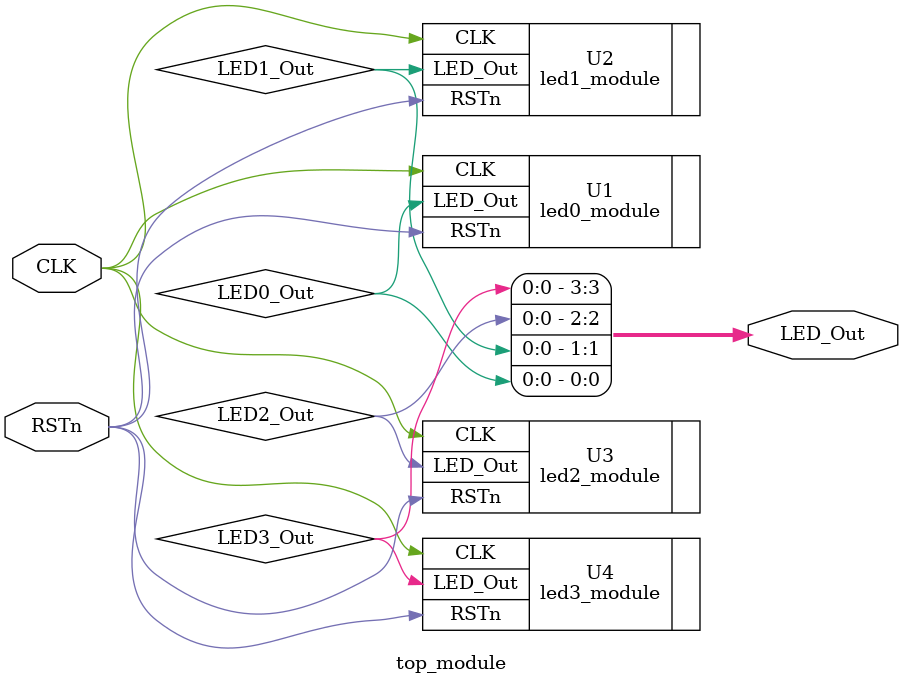
<source format=v>
module top_module
(
    CLK, RSTn, LED_Out
);

    input CLK;
    input RSTn;
    output [3:0]LED_Out;
    /*******************************/
    wire LED0_Out;
    
    led0_module U1
    (
        .CLK( CLK ),
        .RSTn( RSTn ),
        .LED_Out( LED0_Out )
    );
    /*********************************/
	 wire LED1_Out;
	 
	 led1_module U2
	 (
	     .CLK( CLK ),
         .RSTn( RSTn ),
         .LED_Out( LED1_Out )
	 );
	 
	 /*********************************/
	 
	 wire LED2_Out;
	 
	 led2_module U3
	 (
	     .CLK( CLK ),
         .RSTn( RSTn ),
         .LED_Out( LED2_Out )
	 );
	 
	 /*********************************/
	 
	 wire LED3_Out;
	 
	 led3_module U4
	 (
	     .CLK( CLK ),
         .RSTn( RSTn ),
         .LED_Out( LED3_Out )
	 );
	 
	 /**********************************/
	 
	 assign LED_Out = { LED3_Out, LED2_Out, LED1_Out, LED0_Out};
	 
	 /***********************************/

endmodule

</source>
